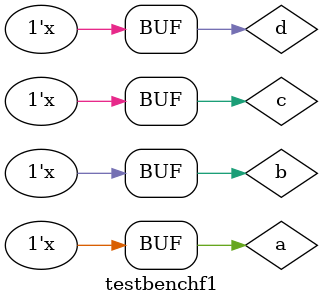
<source format=v>
`timescale 1ns / 100ps


module testbenchf1;

	// Inputs
	reg a;
	reg b;
	reg c;
	reg d;

	// Outputs
	wire op;

	// Instantiate the Unit Under Test (UUT)
	f1 uut (
		.a(a), 
		.b(b), 
		.c(c), 
		.d(d), 
		.op(op)
	);

	initial begin
		// Initialize Inputs
		a = 0;
		b = 0;
		c = 0;
		d = 0;

		// Wait 100 ns for global reset to finish
		#100;
      
		// Add stimulus here

	end
	always #2 d=~d;
	always #4 c=~c;
	always #8 b=~b;
	always #16 a=~a;
	
      
endmodule


</source>
